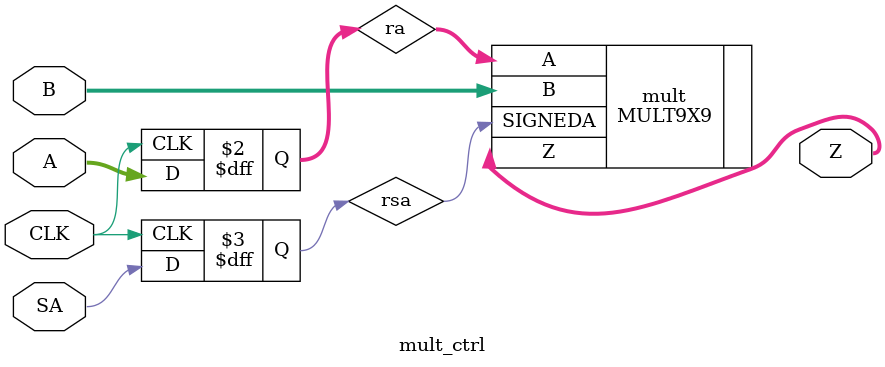
<source format=v>

module mult_ireg (
    input  wire        CLK,
    input  wire [ 8:0] A,
    input  wire [ 8:0] B,
    output wire [17:0] Z
);

    reg [8:0] ra;
    always @(posedge CLK)
        ra <= A;

    MULT9X9 # (
        .REGINPUTA("BYPASS"),
        .REGINPUTB("BYPASS"),
        .REGOUTPUT("BYPASS")
    ) mult (
        .A (ra),
        .B (B),
        .Z (Z)
    );

endmodule

module mult_oreg (
    input  wire        CLK,
    input  wire [ 8:0] A,
    input  wire [ 8:0] B,
    output reg  [17:0] Z
);

    reg [17:0] z;
    always @(posedge CLK)
        Z <= z;

    MULT9X9 # (
        .REGINPUTA("BYPASS"),
        .REGINPUTB("BYPASS"),
        .REGOUTPUT("BYPASS")
    ) mult (
        .A (A),
        .B (B),
        .Z (z)
    );

endmodule

module mult_all (
    input  wire        CLK,
    input  wire [ 8:0] A,
    input  wire [ 8:0] B,
    output reg  [17:0] Z
);

    reg [8:0] ra;
    always @(posedge CLK)
        ra <= A;

    reg [8:0] rb;
    always @(posedge CLK)
        rb <= B;

    reg [17:0] z;
    always @(posedge CLK)
        Z <= z;

    MULT9X9 # (
        .REGINPUTA("BYPASS"),
        .REGINPUTB("BYPASS"),
        .REGOUTPUT("BYPASS")
    ) mult (
        .A (ra),
        .B (rb),
        .Z (z)
    );

endmodule

module mult_ctrl (
    input  wire        CLK,
    input  wire [ 8:0] A,
    input  wire        SA,
    input  wire [ 8:0] B,
    output wire [17:0] Z
);

    reg [8:0] ra;
    reg       rsa;

    always @(posedge CLK) begin
        ra  <= A;
        rsa <= SA;
    end

    MULT9X9 # (
        .REGINPUTA("BYPASS"),
        .REGINPUTB("BYPASS"),
        .REGOUTPUT("BYPASS")
    ) mult (
        .A          (ra),
        .SIGNEDA    (rsa),
        .B          (B),
        .Z          (Z)
    );

endmodule


</source>
